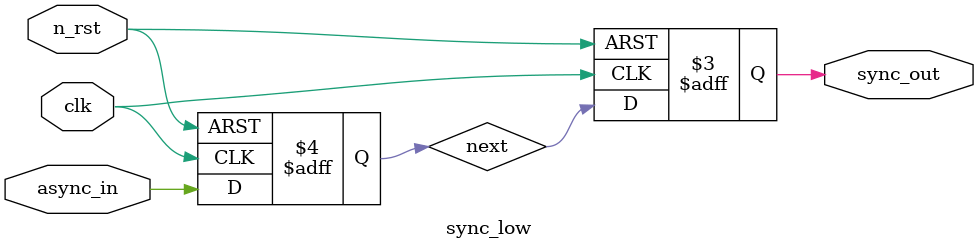
<source format=sv>

module sync_low
(

	input wire clk,
	input wire n_rst,
	input wire async_in,
	output reg sync_out

);



reg next;
always_ff @ (posedge clk, negedge n_rst)
begin
	if (0 == n_rst)
	begin
		next <= 0;
		sync_out <= 0;
	end
	
	else
	begin
		next <= async_in;
		sync_out <= next;
		
	end
end


endmodule













































/*
	reg signal1;
	reg signal2;

	always_ff @ (posedge clk, negedge n_rst)
	begin : sync1
		if(1'b0 == n_rst)
		begin
			signal1 <= 0;
		end
		else
		begin
			signal1 <= async_in;
		end
	end

	always_ff @ (posedge clk, negedge n_rst)
	begin : sync2
		if(1'b0 == n_rst)
		begin
			signal2 <= 0;
		end
		else
		begin
			if( 1'b1 == signal1 ) 
			begin
				signal2 <= signal1;
			end
			else
			begin
				signal2 <= 0;
			end
		end	
	end
	assign sync_out = signal2;


endmodule
*//*
`timescale 1ns /100ps

module adder_1bit
(
	input wire a,
	input wire b,
	input wire carry_in,
	
	output reg sum,
	output reg carry_out
);
 
always @ (a,b, carry_in)
   begin
      assert(( a == 1'b1) || (a == 1'b0))
      else $error("Input 'a' of component is not a digital logic value");

      assert((b == 1'b1) || (b == 1'b0))
      else $error("Input 'b' of component is not a digital logic value");

      assert((carry_in == 1'b1) || (carry_in == 1'b0))
      else $error("Input 'carry_in' of component is not a digital logic value");
	
   end



  assign sum = carry_in ^ (a ^ b);
  assign carry_out = ((! carry_in) & b & a) | (carry_in & (b | a));


   
   always @ (a, b, carry_in)
   begin
     #(2) assert (((a+b+carry_in)%2) == sum)
       else $error("Output 's' of first 1 bit adder is not correct");
   end
	

endmodule
*//*
`timescale 1ns /100ps

module adder_1bit
(
	input wire a,
	input wire b,
	input wire carry_in,
	
	output reg sum,
	output reg carry_out
);
 
always @ (a,b, carry_in)
   begin
      assert(( a == 1'b1) || (a == 1'b0))
      else $error("Input 'a' of component is not a digital logic value");

      assert((b == 1'b1) || (b == 1'b0))
      else $error("Input 'b' of component is not a digital logic value");

      assert((carry_in == 1'b1) || (carry_in == 1'b0))
      else $error("Input 'carry_in' of component is not a digital logic value");
	
   end



  assign sum = carry_in ^ (a ^ b);
  assign carry_out = ((! carry_in) & b & a) | (carry_in & (b | a));


   
   always @ (a, b, carry_in)
   begin
     #(2) assert (((a+b+carry_in)%2) == sum)
       else $error("Output 's' of first 1 bit adder is not correct");
   end
	

endmodule
*/
</source>
